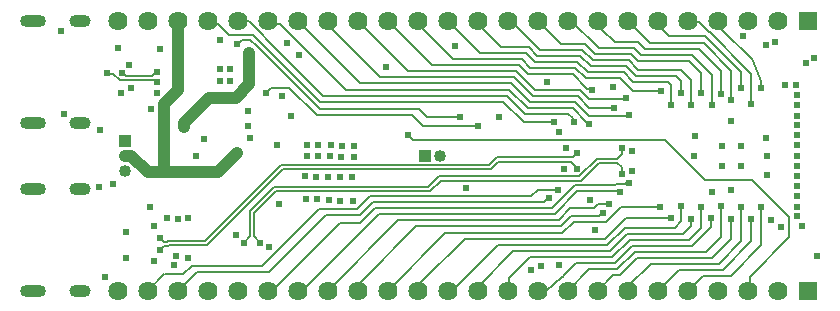
<source format=gbl>
G04*
G04 #@! TF.GenerationSoftware,Altium Limited,Altium Designer,24.5.2 (23)*
G04*
G04 Layer_Physical_Order=4*
G04 Layer_Color=16711680*
%FSLAX25Y25*%
%MOIN*%
G70*
G04*
G04 #@! TF.SameCoordinates,4C7D719B-D633-4967-9843-4E76C81F2032*
G04*
G04*
G04 #@! TF.FilePolarity,Positive*
G04*
G01*
G75*
%ADD12C,0.01000*%
%ADD13C,0.00600*%
G04:AMPARAMS|DCode=53|XSize=39.37mil|YSize=86.61mil|CornerRadius=19.68mil|HoleSize=0mil|Usage=FLASHONLY|Rotation=270.000|XOffset=0mil|YOffset=0mil|HoleType=Round|Shape=RoundedRectangle|*
%AMROUNDEDRECTD53*
21,1,0.03937,0.04724,0,0,270.0*
21,1,0.00000,0.08661,0,0,270.0*
1,1,0.03937,-0.02362,0.00000*
1,1,0.03937,-0.02362,0.00000*
1,1,0.03937,0.02362,0.00000*
1,1,0.03937,0.02362,0.00000*
%
%ADD53ROUNDEDRECTD53*%
G04:AMPARAMS|DCode=54|XSize=39.37mil|YSize=70.87mil|CornerRadius=19.68mil|HoleSize=0mil|Usage=FLASHONLY|Rotation=270.000|XOffset=0mil|YOffset=0mil|HoleType=Round|Shape=RoundedRectangle|*
%AMROUNDEDRECTD54*
21,1,0.03937,0.03150,0,0,270.0*
21,1,0.00000,0.07087,0,0,270.0*
1,1,0.03937,-0.01575,0.00000*
1,1,0.03937,-0.01575,0.00000*
1,1,0.03937,0.01575,0.00000*
1,1,0.03937,0.01575,0.00000*
%
%ADD54ROUNDEDRECTD54*%
%ADD65C,0.00603*%
%ADD68R,0.06400X0.06400*%
%ADD69C,0.06400*%
%ADD70R,0.04000X0.04000*%
%ADD71C,0.04000*%
%ADD72R,0.04000X0.04000*%
%ADD73C,0.02400*%
%ADD75C,0.04000*%
D12*
X96085Y5652D02*
G03*
X95000Y5000I4820J-9244D01*
G01*
D13*
X230540Y90000D02*
G03*
X230655Y89899I4460J5000D01*
G01*
X232373Y91084D02*
X232372Y91084D01*
X81648Y91705D02*
G03*
X81651Y91702I3351J3295D01*
G01*
X81333Y86500D02*
X83705Y84128D01*
X102333Y65500D01*
X79133Y88700D02*
X81333Y86500D01*
X76470Y88700D02*
X79133D01*
X74914Y87286D02*
X75055D01*
X76470Y88700D01*
X231551Y89078D02*
X242807Y77821D01*
X218600Y90000D02*
X230540D01*
X231015Y89614D02*
X231551Y89078D01*
X230655Y89899D02*
X231015Y89614D01*
X226138Y94648D02*
X228748D01*
X232136Y91321D02*
X232372Y91084D01*
X232075Y91321D02*
X232136D01*
X228748Y94648D02*
X232075Y91321D01*
X225786Y95000D02*
X226138Y94648D01*
X111000Y72000D02*
X165515D01*
X89033Y93967D02*
X111000Y72000D01*
X86033Y93967D02*
X89033D01*
X225500Y81500D02*
X229307Y77693D01*
X206200Y83800D02*
X208500Y81500D01*
X225500D01*
X207028Y85800D02*
X209328Y83500D01*
X226328D02*
X233000Y76828D01*
X209328Y83500D02*
X226328D01*
X208400Y87800D02*
X210700Y85500D01*
X228600D02*
X236000Y78100D01*
X210700Y85500D02*
X228600D01*
X230300Y87500D02*
X239500Y78300D01*
X205000Y95000D02*
X212500Y87500D01*
X230300D01*
X218307Y90293D02*
X218600Y90000D01*
X215000Y93600D02*
X218307Y90293D01*
X232373Y91084D02*
X244807Y78650D01*
X225000Y95000D02*
X225786D01*
X246200Y68000D02*
Y77067D01*
X244807Y78650D02*
X246200Y77067D01*
X235000Y93539D02*
Y95000D01*
X246810Y81572D02*
X249500Y74706D01*
X236573Y91927D02*
X246734Y81766D01*
X246810Y81572D01*
X235000Y93539D02*
X236573Y91965D01*
Y91927D02*
Y91965D01*
X155000Y94000D02*
X162764Y86236D01*
X155000Y94000D02*
Y95000D01*
X162764Y86236D02*
X171936D01*
X135000Y94000D02*
X146830Y82170D01*
X169658D01*
X172896Y36496D02*
X175000Y38600D01*
X119195Y36496D02*
X172896D01*
X176917Y34495D02*
X178321Y35900D01*
X120024Y34495D02*
X176917D01*
X179796Y32495D02*
X187396Y40095D01*
X120852Y32495D02*
X179796D01*
X121995Y30496D02*
X180624D01*
X188224Y38096D01*
X128496Y28495D02*
X181924D01*
X185828Y32400D01*
X182752Y26496D02*
X186127Y29870D01*
X134495Y26496D02*
X182752D01*
X116033Y8033D02*
X134495Y26496D01*
X144100Y24100D02*
X183185D01*
X125000Y5000D02*
X144100Y24100D01*
X183185D02*
X186956Y27870D01*
X188224Y38096D02*
X202404D01*
X135000Y5000D02*
Y6461D01*
X136573Y8035D01*
X150600Y22100D02*
X197318D01*
X136573Y8035D02*
Y8073D01*
X150600Y22100D01*
X105000Y5000D02*
X128496Y28495D01*
X109200Y27700D02*
X115800D01*
X88073Y6573D02*
X109200Y27700D01*
X85000Y5000D02*
X86461D01*
X88035Y6573D01*
X88073D01*
X98315Y6815D02*
X121995Y30496D01*
X96085Y5652D02*
X97113D01*
X98276Y6815D01*
X98315D01*
X114900Y32200D02*
X119195Y36496D01*
X116557Y28200D02*
X120852Y32495D01*
X115800Y27700D02*
X116300Y28200D01*
X116557D01*
X115728Y30200D02*
X120024Y34495D01*
X104300Y30200D02*
X115728D01*
X102018Y32200D02*
X114900D01*
X175000Y38600D02*
X181500D01*
X181600Y38700D01*
X178321Y35900D02*
X178700D01*
X172400Y16100D02*
X199804D01*
X165000Y5000D02*
X165414Y5414D01*
Y9114D01*
X172400Y16100D01*
X204214Y40700D02*
X204246Y40732D01*
X201382Y40700D02*
X204214D01*
X187396Y40095D02*
X200777D01*
X201382Y40700D01*
X204246Y40732D02*
X205232D01*
X205500Y41000D01*
X83118Y13300D02*
X102018Y32200D01*
X185000Y5000D02*
X192100Y12100D01*
X201461D01*
X177591Y5000D02*
X183216Y9616D01*
X183250Y9651D02*
X183802Y10202D01*
X175000Y5000D02*
X177591Y5000D01*
X183216Y9616D02*
X183250Y9651D01*
X183802Y10202D02*
X187700Y14100D01*
X200632D01*
X155000Y5000D02*
Y6200D01*
X166900Y18100D02*
X198975D01*
X155000Y6200D02*
X166900Y18100D01*
X146461Y5000D02*
X147885Y6423D01*
X161900Y20100D02*
X198147D01*
X145000Y5000D02*
X146461D01*
X147885Y6423D02*
X148223D01*
X198147Y20100D02*
X204047Y26000D01*
X148223Y6423D02*
X161900Y20100D01*
X115000Y5000D02*
X116033Y6033D01*
Y8033D01*
X186956Y27870D02*
X197734D01*
X85400Y11300D02*
X104300Y30200D01*
X186127Y29870D02*
X195314D01*
X185828Y32400D02*
X193618D01*
X195018Y33800D01*
X198600D01*
X61300Y11300D02*
X85400D01*
X59700Y13300D02*
X83118D01*
X202404Y38096D02*
X202500Y38000D01*
X196444Y31000D02*
X196600D01*
X195314Y29870D02*
X196444Y31000D01*
X186628Y77200D02*
X191560Y72268D01*
X192732D02*
X193000Y72000D01*
X191560Y72268D02*
X192732D01*
X133500Y55200D02*
X217300D01*
X230782Y41718D01*
X131800Y56900D02*
X133500Y55200D01*
X171800Y77200D02*
X186628D01*
X136782Y59900D02*
X154900D01*
X155000Y60000D01*
X133182Y63500D02*
X136782Y59900D01*
X138000Y62879D02*
X148926D01*
X135379Y65500D02*
X138000Y62879D01*
X171173Y84170D02*
X174043Y81300D01*
X155830Y84170D02*
X171173D01*
X171936Y86236D02*
X174872Y83300D01*
X145000Y95000D02*
X155830Y84170D01*
X169658Y82170D02*
X172528Y79300D01*
X187300D01*
X249500Y72500D02*
Y74706D01*
X92096Y72700D02*
X101296Y63500D01*
X86200Y72700D02*
X92096D01*
X84500Y71000D02*
X86200Y72700D01*
X80153Y90300D02*
X102453Y68000D01*
X71922Y90300D02*
X80153D01*
X68255Y93967D02*
X71922Y90300D01*
X102333Y65500D02*
X135379D01*
X226400Y20000D02*
X232693Y26293D01*
X206532Y20000D02*
X226400D01*
X197318Y22100D02*
X204318Y29100D01*
X230782Y41718D02*
X238818D01*
X171715Y65800D02*
X186715D01*
X191215Y61300D01*
X191321D01*
X192121Y60500D01*
X170400Y61100D02*
X180400D01*
X163500Y68000D02*
X170400Y61100D01*
X187100Y61200D02*
Y61579D01*
X170870Y63800D02*
X185175D01*
X186593Y62085D02*
X187100Y61579D01*
X186593Y62085D02*
Y62381D01*
X185175Y63800D02*
X186593Y62381D01*
X56900Y10500D02*
X59700Y13300D01*
X45000Y5000D02*
X50550Y10550D01*
X50600Y10500D02*
X56900D01*
X200632Y14100D02*
X206532Y20000D01*
X246500Y41800D02*
X258800Y29500D01*
X238900Y41800D02*
X246500D01*
X258770Y22835D02*
Y28500D01*
X258800D02*
Y29500D01*
X245635Y9700D02*
X258770Y22835D01*
X245635Y5435D02*
Y9700D01*
X245300Y5100D02*
X245635Y5435D01*
X238818Y41718D02*
X238900Y41800D01*
X242807Y72500D02*
Y77821D01*
X239500Y68500D02*
Y78300D01*
X66033Y93967D02*
X68255D01*
X65000Y95000D02*
X66033Y93967D01*
X101296Y63500D02*
X133182D01*
X102453Y68000D02*
X163500D01*
X94700Y78582D02*
Y78618D01*
X86300Y86982D02*
X93082Y80200D01*
X103282Y70000D02*
X164670D01*
X93118Y80200D02*
X94700Y78618D01*
X93082Y80200D02*
X93118D01*
X94700Y78582D02*
X103282Y70000D01*
X81651Y91702D02*
X86300Y86982D01*
X78985Y94414D02*
X81648Y91705D01*
X78399Y95000D02*
X78985Y94414D01*
X75000Y95000D02*
X78399D01*
X85000D02*
X86033Y93967D01*
X208189Y16000D02*
X233200D01*
X202289Y10100D02*
X208189Y16000D01*
X200100Y10100D02*
X202289D01*
X195000Y5000D02*
X200100Y10100D01*
X207361Y18000D02*
X231200D01*
X201461Y12100D02*
X207361Y18000D01*
X200700Y87800D02*
X208400D01*
X195312Y85800D02*
X207028D01*
X115000Y95000D02*
X131800Y78200D01*
X138972D02*
X139001Y78170D01*
X167830D02*
X174200Y71800D01*
X131800Y78200D02*
X138972D01*
X139001Y78170D02*
X167830D01*
X165515Y72000D02*
X171715Y65800D01*
X164670Y70000D02*
X170870Y63800D01*
X122339Y76200D02*
X137972D01*
X105000Y93539D02*
X122339Y76200D01*
X105000Y93539D02*
Y95000D01*
X137972Y76200D02*
X138001Y76170D01*
X115830Y74170D02*
X166173D01*
X95000Y95000D02*
X115830Y74170D01*
X233000Y67000D02*
Y76828D01*
X215000Y93600D02*
Y95000D01*
X196573Y91927D02*
Y91965D01*
Y91927D02*
X200700Y87800D01*
X195000Y93539D02*
X196573Y91965D01*
X195000Y93539D02*
Y95000D01*
X186112D02*
X195312Y85800D01*
X185000Y95000D02*
X186112D01*
X194170Y83800D02*
X206200D01*
X182700Y87300D02*
X190671D01*
X175000Y95000D02*
X182700Y87300D01*
X190671D02*
X194170Y83800D01*
X193431Y81711D02*
X205289D01*
X175700Y85300D02*
X189842D01*
X166000Y95000D02*
X175700Y85300D01*
X205289Y81711D02*
X208500Y78500D01*
X189842Y85300D02*
X193431Y81711D01*
X174872Y83300D02*
X189014D01*
X192603Y79711D01*
X204461D02*
X207672Y76500D01*
X192603Y79711D02*
X204461D01*
X191774Y77711D02*
X203632D01*
X188185Y81300D02*
X191774Y77711D01*
X174043Y81300D02*
X188185D01*
X190946Y75711D02*
X202500D01*
X187400Y79200D02*
X187457D01*
X187300Y79300D02*
X187400Y79200D01*
X187457D02*
X190946Y75711D01*
X208500Y78500D02*
X222700D01*
X226000Y67000D02*
Y75200D01*
X222700Y78500D02*
X226000Y75200D01*
X205000Y5000D02*
Y6400D01*
X212600Y14000D02*
X235300D01*
X205000Y6400D02*
X212600Y14000D01*
X205704Y22000D02*
X225400D01*
X199804Y16100D02*
X205704Y22000D01*
X204875Y24000D02*
X223400D01*
X198975Y18100D02*
X204875Y24000D01*
X204047Y26000D02*
X220600D01*
X204318Y29100D02*
X219493D01*
X197734Y27870D02*
X202795Y32932D01*
X232693Y26293D02*
Y29100D01*
X222800Y28200D02*
Y33100D01*
X220600Y26000D02*
X222800Y28200D01*
X215000Y5000D02*
X222000Y12000D01*
X236800D01*
X55000Y5000D02*
X61300Y11300D01*
X239400Y10000D02*
X249500Y20100D01*
X230000Y10000D02*
X239400D01*
X249500Y20100D02*
Y32800D01*
X246193Y21393D02*
Y28800D01*
X236800Y12000D02*
X246193Y21393D01*
X242700Y21400D02*
Y32800D01*
X235300Y14000D02*
X242700Y21400D01*
X233200Y16000D02*
X239393Y22193D01*
Y28800D01*
X231200Y18000D02*
X236000Y22800D01*
Y33100D01*
X229400Y25900D02*
Y33000D01*
X229300Y25900D02*
X229400D01*
X225400Y22000D02*
X229300Y25900D01*
X226093Y26693D02*
Y29000D01*
X223400Y24000D02*
X226093Y26693D01*
X192043Y63300D02*
X205300D01*
X187543Y67800D02*
X192043Y63300D01*
X166173Y74170D02*
X172543Y67800D01*
X187543D01*
X205300Y63300D02*
X205500Y63500D01*
X125000Y95000D02*
X139830Y80170D01*
X168830D01*
X138001Y76170D02*
X167001D01*
X173372Y69800D02*
X188372D01*
X167001Y76170D02*
X173372Y69800D01*
X192172Y66000D02*
X200500D01*
X188372Y69800D02*
X192172Y66000D01*
X204000Y69000D02*
X204268Y69268D01*
X192000Y69000D02*
X204000D01*
X189200Y71800D02*
X192000Y69000D01*
X174200Y71800D02*
X189200D01*
X168830Y80170D02*
X171800Y77200D01*
X202795Y32932D02*
X215904D01*
X225000Y5000D02*
X230000Y10000D01*
X135000Y94000D02*
Y95000D01*
X206840Y71371D02*
X216078D01*
X202500Y75711D02*
X206840Y71371D01*
X203632Y77711D02*
X206843Y74500D01*
X218414D01*
X219500Y73414D01*
Y67000D02*
Y73414D01*
X207672Y76500D02*
X221114D01*
X222807Y74807D01*
Y71000D02*
Y74807D01*
X165000Y95000D02*
X166000D01*
X229307Y71000D02*
Y77693D01*
X236000Y70500D02*
Y78100D01*
D53*
X6752Y39016D02*
D03*
Y5000D02*
D03*
Y95000D02*
D03*
Y60984D02*
D03*
D54*
X22500Y39016D02*
D03*
Y5000D02*
D03*
Y95000D02*
D03*
Y60984D02*
D03*
D65*
X142681Y41697D02*
X189436D01*
X195287Y47548D01*
X188855Y43100D02*
X194706Y48952D01*
X139081Y38097D02*
X142681Y41697D01*
X142100Y43100D02*
X188855D01*
X138500Y39500D02*
X142100Y43100D01*
X80452Y23049D02*
Y30951D01*
X77000Y21000D02*
X79049Y23049D01*
X87598Y38097D02*
X139081D01*
X80452Y23049D02*
X82500Y21000D01*
X87016Y39500D02*
X138500D01*
X79049Y23049D02*
Y31532D01*
X80452Y30951D02*
X87598Y38097D01*
X79049Y31532D02*
X87016Y39500D01*
X46287Y76490D02*
X47797Y78000D01*
X37752Y76490D02*
X46287D01*
X35658Y75087D02*
X46927D01*
X47514Y74500D02*
X48000D01*
X46927Y75087D02*
X47514Y74500D01*
X47797Y78000D02*
X48000D01*
X36500Y77500D02*
X36742D01*
X37752Y76490D01*
X33570Y77175D02*
X35658Y75087D01*
X31500Y77500D02*
X31825Y77175D01*
X33570D01*
X195287Y47548D02*
X201500D01*
X202944Y44056D02*
X203000Y44000D01*
X202944Y44056D02*
Y46104D01*
X201500Y47548D02*
X202944Y46104D01*
X194706Y48952D02*
X201500D01*
X202944Y52444D02*
X203000Y52500D01*
X202944Y50396D02*
Y52444D01*
X201500Y48952D02*
X202944Y50396D01*
X52147Y20101D02*
X64605D01*
X64024Y21505D02*
X73000Y30481D01*
X74403Y29899D02*
Y29900D01*
X64605Y20101D02*
X74403Y29899D01*
X51565Y21505D02*
X64024D01*
X73000Y30481D02*
Y30481D01*
X89418Y46898D01*
X74403Y29900D02*
X89999Y45496D01*
X159366D01*
X89418Y46898D02*
X158785D01*
X161289Y49403D02*
X186889D01*
X185986Y48000D02*
X188000Y45986D01*
X186889Y49403D02*
X188000Y50514D01*
X159366Y45496D02*
X161870Y48000D01*
X158785Y46898D02*
X161289Y49403D01*
X161870Y48000D02*
X185986D01*
X188000Y50514D02*
Y51000D01*
Y45500D02*
Y45986D01*
X49000Y22500D02*
X50299Y21202D01*
Y19798D02*
X51844D01*
X52147Y20101D01*
X49000Y18500D02*
X50299Y19798D01*
X51262Y21202D02*
X51565Y21505D01*
X50299Y21202D02*
X51262D01*
D68*
X265000Y95000D02*
D03*
Y5000D02*
D03*
D69*
X45000Y95000D02*
D03*
X255000Y5000D02*
D03*
X35000D02*
D03*
X45000D02*
D03*
X55000D02*
D03*
X65000D02*
D03*
X75000D02*
D03*
X85000D02*
D03*
X95000D02*
D03*
X105000D02*
D03*
X115000D02*
D03*
X125000D02*
D03*
X135000D02*
D03*
X145000D02*
D03*
X155000D02*
D03*
X165000D02*
D03*
X175000D02*
D03*
X185000D02*
D03*
X195000D02*
D03*
X205000D02*
D03*
X215000D02*
D03*
X225000D02*
D03*
X235000D02*
D03*
X245000D02*
D03*
X35000Y95000D02*
D03*
X55000D02*
D03*
X65000D02*
D03*
X75000D02*
D03*
X85000D02*
D03*
X95000D02*
D03*
X105000D02*
D03*
X115000D02*
D03*
X125000D02*
D03*
X135000D02*
D03*
X145000D02*
D03*
X155000D02*
D03*
X165000D02*
D03*
X175000D02*
D03*
X185000D02*
D03*
X195000D02*
D03*
X205000D02*
D03*
X215000D02*
D03*
X225000D02*
D03*
X235000D02*
D03*
X245000D02*
D03*
X255000D02*
D03*
D70*
X137500Y50000D02*
D03*
D71*
X142500D02*
D03*
X37500D02*
D03*
Y45000D02*
D03*
D72*
Y55000D02*
D03*
D73*
X97400Y43100D02*
D03*
X98000Y50000D02*
D03*
X101100Y43000D02*
D03*
X101700Y49900D02*
D03*
X105200Y42900D02*
D03*
X105800Y49800D02*
D03*
X109000Y43000D02*
D03*
X109500Y49500D02*
D03*
X113000Y43000D02*
D03*
X113600Y49400D02*
D03*
X109700Y53200D02*
D03*
X113800Y53100D02*
D03*
X98200Y53700D02*
D03*
X101900Y53600D02*
D03*
X106000Y53500D02*
D03*
X78500Y60000D02*
D03*
Y65000D02*
D03*
X91500Y87500D02*
D03*
X251000Y87000D02*
D03*
X254000Y88000D02*
D03*
X264500Y81000D02*
D03*
X37600Y16000D02*
D03*
X178000Y74500D02*
D03*
X151050Y39300D02*
D03*
X95500Y83500D02*
D03*
X147500Y86500D02*
D03*
X182000Y13400D02*
D03*
X176200Y13300D02*
D03*
X172900Y12000D02*
D03*
X196600Y31000D02*
D03*
X198600Y33800D02*
D03*
X202500Y38000D02*
D03*
X181600Y38700D02*
D03*
X178700Y35900D02*
D03*
X183900Y45600D02*
D03*
X192500Y35100D02*
D03*
X182000Y58000D02*
D03*
X200000Y73000D02*
D03*
X193000Y72000D02*
D03*
X155000Y60000D02*
D03*
X243277Y89824D02*
D03*
X148926Y62879D02*
D03*
X29100Y58700D02*
D03*
X45900Y32900D02*
D03*
X51300Y29100D02*
D03*
X88200Y53700D02*
D03*
X92600Y63200D02*
D03*
X267200Y82600D02*
D03*
X256000Y26300D02*
D03*
X47100Y26600D02*
D03*
X69000Y88500D02*
D03*
X36000Y70800D02*
D03*
X39400Y72700D02*
D03*
X38900Y80200D02*
D03*
X49100Y85400D02*
D03*
X88800Y34000D02*
D03*
X131800Y56900D02*
D03*
X89700Y69800D02*
D03*
X54500Y16600D02*
D03*
X53600Y13700D02*
D03*
X84500Y71000D02*
D03*
X239500Y61500D02*
D03*
X268000Y16500D02*
D03*
X261000Y73500D02*
D03*
X257500D02*
D03*
X124500Y79500D02*
D03*
X58500Y16000D02*
D03*
X74914Y87286D02*
D03*
X78800Y84300D02*
D03*
X57000Y59400D02*
D03*
X46100Y65400D02*
D03*
X74900Y51000D02*
D03*
X48000Y71000D02*
D03*
X35000Y86000D02*
D03*
X16000Y91500D02*
D03*
X17000Y64000D02*
D03*
X48000Y74500D02*
D03*
Y78000D02*
D03*
X31500Y77500D02*
D03*
X36500D02*
D03*
X184500Y52500D02*
D03*
X47000Y15000D02*
D03*
X49000Y22500D02*
D03*
Y18500D02*
D03*
X188000Y45500D02*
D03*
Y51000D02*
D03*
X162000Y63000D02*
D03*
X205500Y41000D02*
D03*
X206500Y45000D02*
D03*
Y51500D02*
D03*
X74300Y23600D02*
D03*
X85500Y19500D02*
D03*
X82500Y21000D02*
D03*
X77000D02*
D03*
X203000Y52500D02*
D03*
Y44000D02*
D03*
X192121Y60500D02*
D03*
X187100Y61200D02*
D03*
X180400Y61100D02*
D03*
X30800Y9400D02*
D03*
X33300Y40400D02*
D03*
X28900Y39700D02*
D03*
X37600Y24600D02*
D03*
X55000Y28900D02*
D03*
X58500Y29100D02*
D03*
X109200Y35000D02*
D03*
X113300Y34900D02*
D03*
X97700Y35500D02*
D03*
X105500Y35300D02*
D03*
X101400Y35400D02*
D03*
X263200Y26400D02*
D03*
X69000Y79000D02*
D03*
Y75000D02*
D03*
X72500D02*
D03*
Y79000D02*
D03*
X79000Y56000D02*
D03*
X252893Y28600D02*
D03*
X261471Y30022D02*
D03*
Y33022D02*
D03*
Y36522D02*
D03*
Y40022D02*
D03*
X261571Y43322D02*
D03*
X261471Y46522D02*
D03*
X261571Y49922D02*
D03*
X261370Y53422D02*
D03*
X261270Y56722D02*
D03*
X261370Y60122D02*
D03*
X261270Y63322D02*
D03*
Y66722D02*
D03*
X261370Y70122D02*
D03*
X251000Y56000D02*
D03*
X251500Y50000D02*
D03*
X251496Y43504D02*
D03*
X239500Y38500D02*
D03*
X233000Y38000D02*
D03*
X227500Y56500D02*
D03*
X227000Y50000D02*
D03*
X236300Y53300D02*
D03*
X242800Y53200D02*
D03*
Y46700D02*
D03*
X236300D02*
D03*
X194000Y25100D02*
D03*
X63900Y55400D02*
D03*
X205500Y63500D02*
D03*
X200500Y66000D02*
D03*
X204268Y69268D02*
D03*
X61000Y50000D02*
D03*
X246200Y67300D02*
D03*
X215904Y32932D02*
D03*
X216078Y71371D02*
D03*
X246193Y28800D02*
D03*
X249500Y32800D02*
D03*
X239393Y28800D02*
D03*
X242700Y32800D02*
D03*
X232693Y29100D02*
D03*
X236000Y33100D02*
D03*
X226093Y29000D02*
D03*
X229400Y33000D02*
D03*
X219493Y29100D02*
D03*
X222800Y33100D02*
D03*
X222807Y71000D02*
D03*
X219500Y67000D02*
D03*
X229307Y71000D02*
D03*
X226000Y67000D02*
D03*
X233000D02*
D03*
X236000Y70500D02*
D03*
X239500Y68500D02*
D03*
X242807Y72500D02*
D03*
X249500D02*
D03*
D75*
X57000Y60828D02*
X65472Y69300D01*
X57000Y59400D02*
Y60828D01*
X50300Y44600D02*
Y67200D01*
X44971Y44600D02*
X50300D01*
X68500D01*
X55000Y71900D02*
Y95000D01*
X50300Y67200D02*
X55000Y71900D01*
X74300Y69300D02*
X78800Y73800D01*
X65472Y69300D02*
X74300D01*
X78800Y73800D02*
Y84300D01*
X37500Y50000D02*
X39571D01*
X44971Y44600D01*
X68500D02*
X74900Y51000D01*
M02*

</source>
